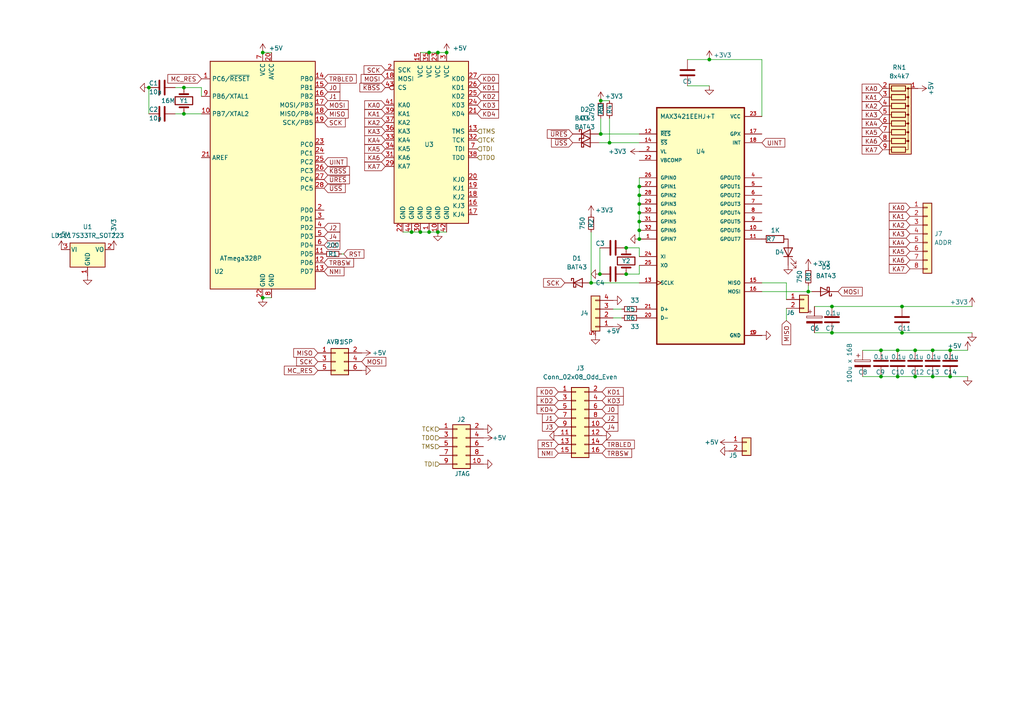
<source format=kicad_sch>
(kicad_sch (version 20211123) (generator eeschema)
  (paper "A4")
  (lib_symbols
    (symbol "Connector_Generic:Conn_01x02" (pin_names (offset 1.016) hide)
      (property "Reference" "J" (at 0 2.54 0))
      (property "Value" "Conn_01x02" (at 0 -5.08 0))
      (symbol "Conn_01x02_1_1"
        (pin passive line (at -5.08 0 0) (length 3.81) (name "Pin_1") (number "1"))
        (pin passive line (at -5.08 -2.54 0) (length 3.81) (name "Pin_2") (number "2"))
      )
    )
    (symbol "Connector_Generic:Conn_01x04" (pin_names (offset 1.016) hide)
      (property "Reference" "J4" (at 2.032 -1.3716 0))
      (symbol "Conn_01x04_1_1"
        (pin passive line (at -5.08 2.54 0) (length 3.81) (name "Pin_1") (number "1"))
        (pin passive line (at -5.08 0 0) (length 3.81) (name "Pin_2") (number "2"))
        (pin passive line (at -5.08 -2.54 0) (length 3.81) (name "Pin_3") (number "3"))
        (pin passive line (at -5.08 -5.08 0) (length 3.81) (name "Pin_4") (number "4"))
        (pin power_in line (at 0 5.08 270) (length 1.27) (name "Pin_4") (number "5"))
      )
    )
    (symbol "Connector_Generic:Conn_01x08" (pin_names (offset 1.016) hide)
      (property "Reference" "J" (at 0 10.16 0))
      (property "Value" "Conn_01x08" (at 0 -12.7 0))
      (symbol "Conn_01x08_1_1"
        (pin passive line (at -5.08 7.62 0) (length 3.81) (name "Pin_1") (number "1"))
        (pin passive line (at -5.08 5.08 0) (length 3.81) (name "Pin_2") (number "2"))
        (pin passive line (at -5.08 2.54 0) (length 3.81) (name "Pin_3") (number "3"))
        (pin passive line (at -5.08 0 0) (length 3.81) (name "Pin_4") (number "4"))
        (pin passive line (at -5.08 -2.54 0) (length 3.81) (name "Pin_5") (number "5"))
        (pin passive line (at -5.08 -5.08 0) (length 3.81) (name "Pin_6") (number "6"))
        (pin passive line (at -5.08 -7.62 0) (length 3.81) (name "Pin_7") (number "7"))
        (pin passive line (at -5.08 -10.16 0) (length 3.81) (name "Pin_8") (number "8"))
      )
    )
    (symbol "Connector_Generic:Conn_02x03_Odd_Even" (pin_names (offset 1.016) hide)
      (property "Reference" "J" (at 1.27 5.08 0))
      (property "Value" "Conn_02x03_Odd_Even" (at 1.27 -5.08 0))
      (symbol "Conn_02x03_Odd_Even_1_1"
        (pin passive line (at -5.08 2.54 0) (length 3.81) (name "Pin_1") (number "1"))
        (pin passive line (at 7.62 2.54 180) (length 3.81) (name "Pin_2") (number "2"))
        (pin passive line (at -5.08 0 0) (length 3.81) (name "Pin_3") (number "3"))
        (pin passive line (at 7.62 0 180) (length 3.81) (name "Pin_4") (number "4"))
        (pin passive line (at -5.08 -2.54 0) (length 3.81) (name "Pin_5") (number "5"))
        (pin passive line (at 7.62 -2.54 180) (length 3.81) (name "Pin_6") (number "6"))
      )
    )
    (symbol "Connector_Generic:Conn_02x05_Odd_Even" (pin_names (offset 1.016) hide)
      (property "Reference" "J" (at 1.27 7.62 0))
      (property "Value" "Conn_02x05_Odd_Even" (at 1.27 -7.62 0))
      (symbol "Conn_02x05_Odd_Even_1_1"
        (pin passive line (at -5.08 5.08 0) (length 3.81) (name "Pin_1") (number "1"))
        (pin passive line (at 7.62 -5.08 180) (length 3.81) (name "Pin_10") (number "10"))
        (pin passive line (at 7.62 5.08 180) (length 3.81) (name "Pin_2") (number "2"))
        (pin passive line (at -5.08 2.54 0) (length 3.81) (name "Pin_3") (number "3"))
        (pin passive line (at 7.62 2.54 180) (length 3.81) (name "Pin_4") (number "4"))
        (pin passive line (at -5.08 0 0) (length 3.81) (name "Pin_5") (number "5"))
        (pin passive line (at 7.62 0 180) (length 3.81) (name "Pin_6") (number "6"))
        (pin passive line (at -5.08 -2.54 0) (length 3.81) (name "Pin_7") (number "7"))
        (pin passive line (at 7.62 -2.54 180) (length 3.81) (name "Pin_8") (number "8"))
        (pin passive line (at -5.08 -5.08 0) (length 3.81) (name "Pin_9") (number "9"))
      )
    )
    (symbol "Connector_Generic:Conn_02x08_Odd_Even" (pin_names (offset 1.016) hide)
      (property "Reference" "J" (at 1.27 10.16 0))
      (property "Value" "Conn_02x08_Odd_Even" (at 1.27 -12.7 0))
      (symbol "Conn_02x08_Odd_Even_1_1"
        (pin passive line (at -5.08 7.62 0) (length 3.81) (name "Pin_1") (number "1"))
        (pin passive line (at 7.62 -2.54 180) (length 3.81) (name "Pin_10") (number "10"))
        (pin passive line (at -5.08 -5.08 0) (length 3.81) (name "Pin_11") (number "11"))
        (pin passive line (at 7.62 -5.08 180) (length 3.81) (name "Pin_12") (number "12"))
        (pin passive line (at -5.08 -7.62 0) (length 3.81) (name "Pin_13") (number "13"))
        (pin passive line (at 7.62 -7.62 180) (length 3.81) (name "Pin_14") (number "14"))
        (pin passive line (at -5.08 -10.16 0) (length 3.81) (name "Pin_15") (number "15"))
        (pin passive line (at 7.62 -10.16 180) (length 3.81) (name "Pin_16") (number "16"))
        (pin passive line (at 7.62 7.62 180) (length 3.81) (name "Pin_2") (number "2"))
        (pin passive line (at -5.08 5.08 0) (length 3.81) (name "Pin_3") (number "3"))
        (pin passive line (at 7.62 5.08 180) (length 3.81) (name "Pin_4") (number "4"))
        (pin passive line (at -5.08 2.54 0) (length 3.81) (name "Pin_5") (number "5"))
        (pin passive line (at 7.62 2.54 180) (length 3.81) (name "Pin_6") (number "6"))
        (pin passive line (at -5.08 0 0) (length 3.81) (name "Pin_7") (number "7"))
        (pin passive line (at 7.62 0 180) (length 3.81) (name "Pin_8") (number "8"))
        (pin passive line (at -5.08 -2.54 0) (length 3.81) (name "Pin_9") (number "9"))
      )
    )
    (symbol "Device:C" (pin_numbers hide) (pin_names (offset 0.254))
      (property "Reference" "C" (at 0.635 2.54 0))
      (property "Value" "C" (at 0.635 -2.54 0))
      (symbol "C_1_1"
        (pin passive line (at 0 3.81 270) (length 2.794) (name "~") (number "1"))
        (pin passive line (at 0 -3.81 90) (length 2.794) (name "~") (number "2"))
      )
    )
    (symbol "Device:C_Polarized" (pin_numbers hide) (pin_names (offset 0.254))
      (property "Reference" "C" (at 0.635 2.54 0))
      (property "Value" "C_Polarized" (at 0.635 -2.54 0))
      (symbol "C_Polarized_1_1"
        (pin passive line (at 0 3.81 270) (length 2.794) (name "~") (number "1"))
        (pin passive line (at 0 -3.81 90) (length 2.794) (name "~") (number "2"))
      )
    )
    (symbol "Device:Crystal" (pin_numbers hide) (pin_names (offset 1.016) hide)
      (property "Reference" "Y" (at 0 3.81 0))
      (property "Value" "Crystal" (at 0 -3.81 0))
      (symbol "Crystal_1_1"
        (pin passive line (at -3.81 0 0) (length 1.27) (name "1") (number "1"))
        (pin passive line (at 3.81 0 180) (length 1.27) (name "2") (number "2"))
      )
    )
    (symbol "Device:LED" (pin_numbers hide) (pin_names (offset 1.016) hide)
      (property "Reference" "D" (at 0 2.54 0))
      (property "Value" "LED" (at 0 -2.54 0))
      (symbol "LED_1_1"
        (pin passive line (at -3.81 0 0) (length 2.54) (name "K") (number "1"))
        (pin passive line (at 3.81 0 180) (length 2.54) (name "A") (number "2"))
      )
    )
    (symbol "Device:R" (pin_numbers hide) (pin_names (offset 0))
      (property "Reference" "R" (at 2.032 0 90))
      (property "Value" "R" (at 0 0 90))
      (symbol "R_1_1"
        (pin passive line (at 0 3.81 270) (length 1.27) (name "~") (number "1"))
        (pin passive line (at 0 -3.81 90) (length 1.27) (name "~") (number "2"))
      )
    )
    (symbol "Device:R_Network08" (pin_names (offset 0) hide)
      (property "Reference" "RN" (at -12.7 0 90))
      (property "Value" "R_Network08" (at 10.16 0 90))
      (symbol "R_Network08_1_1"
        (pin passive line (at -10.16 5.08 270) (length 2.54) (name "common") (number "1"))
        (pin passive line (at -10.16 -5.08 90) (length 1.27) (name "R1") (number "2"))
        (pin passive line (at -7.62 -5.08 90) (length 1.27) (name "R2") (number "3"))
        (pin passive line (at -5.08 -5.08 90) (length 1.27) (name "R3") (number "4"))
        (pin passive line (at -2.54 -5.08 90) (length 1.27) (name "R4") (number "5"))
        (pin passive line (at 0 -5.08 90) (length 1.27) (name "R5") (number "6"))
        (pin passive line (at 2.54 -5.08 90) (length 1.27) (name "R6") (number "7"))
        (pin passive line (at 5.08 -5.08 90) (length 1.27) (name "R7") (number "8"))
        (pin passive line (at 7.62 -5.08 90) (length 1.27) (name "R8") (number "9"))
      )
    )
    (symbol "Device:R_Small" (pin_numbers hide) (pin_names (offset 0.254) hide)
      (property "Reference" "R" (at 0.762 0.508 0))
      (property "Value" "R_Small" (at 0.762 -1.016 0))
      (symbol "R_Small_1_1"
        (pin passive line (at 0 2.54 270) (length 0.762) (name "~") (number "1"))
        (pin passive line (at 0 -2.54 90) (length 0.762) (name "~") (number "2"))
      )
    )
    (symbol "Diode:BAT41" (pin_numbers hide) (pin_names (offset 1.016) hide)
      (property "Reference" "D" (at 0 2.54 0))
      (property "Value" "BAT41" (at 0 -2.54 0))
      (symbol "BAT41_1_1"
        (pin passive line (at -3.81 0 0) (length 2.54) (name "K") (number "1"))
        (pin passive line (at 3.81 0 180) (length 2.54) (name "A") (number "2"))
      )
    )
    (symbol "MAX3421EEHJ_T:MAX3421EEHJ+T" (pin_names (offset 1.016))
      (property "Reference" "U" (at -12.7 34.0106 0))
      (property "Value" "MAX3421EEHJ+T" (at -12.7 -39.5478 0))
      (symbol "MAX3421EEHJ+T_0_0"
        (pin input line (at -17.78 -5.08 0) (length 5.08) (name "GPIN7") (number "1"))
        (pin output line (at 17.78 -2.54 180) (length 5.08) (name "GPOUT6") (number "10"))
        (pin output line (at 17.78 -5.08 180) (length 5.08) (name "GPOUT7") (number "11"))
        (pin input line (at -17.78 25.4 0) (length 5.08) (name "~{RES}") (number "12"))
        (pin input clock (at -17.78 -17.78 0) (length 5.08) (name "SCLK") (number "13"))
        (pin input line (at -17.78 22.86 0) (length 5.08) (name "~{SS}") (number "14"))
        (pin output line (at 17.78 -17.78 180) (length 5.08) (name "MISO") (number "15"))
        (pin bidirectional line (at 17.78 -20.32 180) (length 5.08) (name "MOSI") (number "16"))
        (pin output line (at 17.78 25.4 180) (length 5.08) (name "GPX") (number "17"))
        (pin output line (at 17.78 22.86 180) (length 5.08) (name "INT") (number "18"))
        (pin power_in line (at 17.78 -33.02 180) (length 5.08) (name "GND") (number "19"))
        (pin input line (at -17.78 20.32 0) (length 5.08) (name "VL") (number "2"))
        (pin bidirectional line (at -17.78 -27.94 0) (length 5.08) (name "D-") (number "20"))
        (pin bidirectional line (at -17.78 -25.4 0) (length 5.08) (name "D+") (number "21"))
        (pin input line (at -17.78 17.78 0) (length 5.08) (name "VBCOMP") (number "22"))
        (pin power_in line (at 17.78 30.48 180) (length 5.08) (name "VCC") (number "23"))
        (pin input line (at -17.78 -10.16 0) (length 5.08) (name "XI") (number "24"))
        (pin output line (at -17.78 -12.7 0) (length 5.08) (name "XO") (number "25"))
        (pin input line (at -17.78 12.7 0) (length 5.08) (name "GPIN0") (number "26"))
        (pin input line (at -17.78 10.16 0) (length 5.08) (name "GPIN1") (number "27"))
        (pin input line (at -17.78 7.62 0) (length 5.08) (name "GPIN2") (number "28"))
        (pin input line (at -17.78 5.08 0) (length 5.08) (name "GPIN3") (number "29"))
        (pin power_in line (at 17.78 -33.02 180) (length 5.08) (name "GND") (number "3"))
        (pin input line (at -17.78 2.54 0) (length 5.08) (name "GPIN4") (number "30"))
        (pin input line (at -17.78 0 0) (length 5.08) (name "GPIN5") (number "31"))
        (pin input line (at -17.78 -2.54 0) (length 5.08) (name "GPIN6") (number "32"))
        (pin output line (at 17.78 12.7 180) (length 5.08) (name "GPOUT0") (number "4"))
        (pin output line (at 17.78 10.16 180) (length 5.08) (name "GPOUT1") (number "5"))
        (pin output line (at 17.78 7.62 180) (length 5.08) (name "GPOUT2") (number "6"))
        (pin output line (at 17.78 5.08 180) (length 5.08) (name "GPOUT3") (number "7"))
        (pin output line (at 17.78 2.54 180) (length 5.08) (name "GPOUT4") (number "8"))
        (pin output line (at 17.78 0 180) (length 5.08) (name "GPOUT5") (number "9"))
      )
    )
    (symbol "MCU_Microchip_ATmega:ATmega32U2-A"
      (property "Reference" "U1" (at -12.7 -27.94 0))
      (property "Value" "ATmega328P" (at -6.35 -24.13 0))
      (symbol "ATmega32U2-A_1_1"
        (pin bidirectional line (at -17.78 27.94 0) (length 2.54) (name "PC6/~{RESET}") (number "1"))
        (pin bidirectional line (at -17.78 17.78 0) (length 2.54) (name "PB7/XTAL2") (number "10"))
        (pin bidirectional line (at 17.78 -22.86 180) (length 2.54) (name "PD5") (number "11"))
        (pin bidirectional line (at 17.78 -25.4 180) (length 2.54) (name "PD6") (number "12"))
        (pin bidirectional line (at 17.78 -27.94 180) (length 2.54) (name "PD7") (number "13"))
        (pin bidirectional line (at 17.78 27.94 180) (length 2.54) (name "PB0") (number "14"))
        (pin bidirectional line (at 17.78 25.4 180) (length 2.54) (name "PB1") (number "15"))
        (pin bidirectional line (at 17.78 22.86 180) (length 2.54) (name "PB2") (number "16"))
        (pin bidirectional line (at 17.78 20.32 180) (length 2.54) (name "MOSI/PB3") (number "17"))
        (pin bidirectional line (at 17.78 17.78 180) (length 2.54) (name "MISO/PB4") (number "18"))
        (pin bidirectional line (at 17.78 15.24 180) (length 2.54) (name "SCK/PB5") (number "19"))
        (pin bidirectional line (at 17.78 -10.16 180) (length 2.54) (name "PD0") (number "2"))
        (pin power_in line (at 2.54 35.56 270) (length 2.54) (name "AVCC") (number "20"))
        (pin passive line (at -17.78 5.08 0) (length 2.54) (name "AREF") (number "21"))
        (pin power_in line (at 0 -35.56 90) (length 2.54) (name "GND") (number "22"))
        (pin bidirectional line (at 17.78 8.89 180) (length 2.54) (name "PC0") (number "23"))
        (pin bidirectional line (at 17.78 6.35 180) (length 2.54) (name "PC1") (number "24"))
        (pin bidirectional line (at 17.78 3.81 180) (length 2.54) (name "PC2") (number "25"))
        (pin bidirectional line (at 17.78 1.27 180) (length 2.54) (name "PC3") (number "26"))
        (pin bidirectional line (at 17.78 -1.27 180) (length 2.54) (name "PC4") (number "27"))
        (pin bidirectional line (at 17.78 -3.81 180) (length 2.54) (name "PC5") (number "28"))
        (pin bidirectional line (at 17.78 -12.7 180) (length 2.54) (name "PD1") (number "3"))
        (pin bidirectional line (at 17.78 -15.24 180) (length 2.54) (name "PD2") (number "4"))
        (pin bidirectional line (at 17.78 -17.78 180) (length 2.54) (name "PD3") (number "5"))
        (pin bidirectional line (at 17.78 -20.32 180) (length 2.54) (name "PD4") (number "6"))
        (pin power_in line (at 0 35.56 270) (length 2.54) (name "VCC") (number "7"))
        (pin power_in line (at 2.54 -35.56 90) (length 2.54) (name "GND") (number "8"))
        (pin input line (at -17.78 22.86 0) (length 2.54) (name "PB6/XTAL1") (number "9"))
      )
    )
    (symbol "Regulator_Linear:LD1117S33TR_SOT223" (pin_names (offset 0.254))
      (property "Reference" "U" (at -3.81 3.175 0))
      (property "Value" "LD1117S33TR_SOT223" (at 0 3.175 0))
      (symbol "LD1117S33TR_SOT223_1_1"
        (pin power_in line (at 0 -7.62 90) (length 2.54) (name "GND") (number "1"))
        (pin power_out line (at 7.62 0 180) (length 2.54) (name "VO") (number "2"))
        (pin power_in line (at -7.62 0 0) (length 2.54) (name "VI") (number "3"))
      )
    )
    (symbol "power:+3.3V" (power) (pin_names (offset 0))
      (property "Value" "+3.3V" (at 0 3.556 0))
      (symbol "+3.3V_1_1"
        (pin power_in line (at 0 0 90) (length 0) hide (name "+3V3") (number "1"))
      )
    )
    (symbol "power:+5V" (power) (pin_names (offset 0))
      (property "Value" "+5V" (at 0 3.556 0))
      (symbol "+5V_1_1"
        (pin power_in line (at 0 0 90) (length 0) hide (name "+5V") (number "1"))
      )
    )
    (symbol "power:GND" (power) (pin_names (offset 0))
      (property "Value" "GND" (at 0 -3.81 0))
      (symbol "GND_1_1"
        (pin power_in line (at 0 0 270) (length 0) hide (name "GND") (number "1"))
      )
    )
    (symbol "psk:EPM3064_KbdHub" (pin_names (offset 1.016))
      (property "Reference" "U2" (at -7.62 13.97 0))
      (symbol "EPM3064_KbdHub_0_0"
        (pin power_in line (at -5.08 -11.43 90) (length 2.54) (name "GND") (number "10"))
        (pin input line (at -20.32 33.02 0) (length 2.54) (name "MOSI") (number "18"))
        (pin output line (at 6.35 25.4 180) (length 2.54) (name "KD3") (number "24"))
        (pin output line (at 6.35 33.02 180) (length 2.54) (name "KD0") (number "27"))
        (pin power_in line (at -7.62 40.64 270) (length 2.54) (name "VCC") (number "35"))
        (pin input line (at -20.32 25.4 0) (length 2.54) (name "KA0") (number "41"))
        (pin power_in line (at -2.54 -11.43 90) (length 2.54) (name "GND") (number "42"))
      )
      (symbol "EPM3064_KbdHub_1_1"
        (pin power_in line (at -7.62 -11.43 90) (length 2.54) (name "GND") (number "1"))
        (pin input line (at 6.35 17.78 180) (length 2.54) (name "TMS") (number "13"))
        (pin power_in line (at -10.16 40.64 270) (length 2.54) (name "VCC") (number "15"))
        (pin output line (at 6.35 -3.81 180) (length 2.54) (name "KJ3") (number "16"))
        (pin output line (at 6.35 -6.35 180) (length 2.54) (name "KJ4") (number "17"))
        (pin output line (at 6.35 -1.27 180) (length 2.54) (name "KJ2") (number "18"))
        (pin output line (at 6.35 1.27 180) (length 2.54) (name "KJ1") (number "19"))
        (pin input line (at -20.32 35.56 0) (length 2.54) (name "SCK") (number "2"))
        (pin output line (at 6.35 3.81 180) (length 2.54) (name "KJ0") (number "20"))
        (pin output line (at 6.35 22.86 180) (length 2.54) (name "KD4") (number "21"))
        (pin power_in line (at -15.24 -11.43 90) (length 2.54) (name "GND") (number "22"))
        (pin power_in line (at -5.08 40.64 270) (length 2.54) (name "VCC") (number "23"))
        (pin output line (at 6.35 27.94 180) (length 2.54) (name "KD2") (number "25"))
        (pin output line (at 6.35 30.48 180) (length 2.54) (name "KD1") (number "26"))
        (pin input line (at -20.32 7.62 0) (length 2.54) (name "KA7") (number "29"))
        (pin power_in line (at -2.54 40.64 270) (length 2.54) (name "VCC") (number "3"))
        (pin power_in line (at -10.16 -11.43 90) (length 2.54) (name "GND") (number "30"))
        (pin input line (at -20.32 10.16 0) (length 2.54) (name "KA6") (number "31"))
        (pin output line (at 6.35 15.24 180) (length 2.54) (name "TCK") (number "32"))
        (pin input line (at -20.32 15.24 0) (length 2.54) (name "KA4") (number "33"))
        (pin input line (at -20.32 12.7 0) (length 2.54) (name "KA5") (number "34"))
        (pin input line (at -20.32 17.78 0) (length 2.54) (name "KA3") (number "36"))
        (pin input line (at -20.32 20.32 0) (length 2.54) (name "KA2") (number "37"))
        (pin output line (at 6.35 10.16 180) (length 2.54) (name "TDO") (number "38"))
        (pin input line (at -20.32 22.86 0) (length 2.54) (name "KA1") (number "39"))
        (pin input inverted (at -20.32 30.48 0) (length 2.54) (name "CS") (number "43"))
        (pin input line (at -12.7 -11.43 90) (length 2.54) (name "GND") (number "44"))
        (pin input line (at 6.35 12.7 180) (length 2.54) (name "TDI") (number "7"))
      )
    )
  )
  (junction (at 176.784 41.402))
  (junction (at 185.42 69.342))
  (junction (at 265.43 101.6))
  (junction (at 185.42 66.802))
  (junction (at 261.62 96.52))
  (junction (at 185.42 56.642))
  (junction (at 205.74 17.272))
  (junction (at 181.61 79.502))
  (junction (at 171.45 82.042))
  (junction (at 43.18 25.4))
  (junction (at 124.46 15.24))
  (junction (at 275.59 109.22))
  (junction (at 234.442 84.582))
  (junction (at 76.2 15.24))
  (junction (at 185.42 61.722))
  (junction (at 255.524 101.6))
  (junction (at 181.61 71.882))
  (junction (at 260.35 109.22))
  (junction (at 121.92 67.31))
  (junction (at 241.3 96.52))
  (junction (at 270.51 109.22))
  (junction (at 270.51 101.6))
  (junction (at 174.244 38.862))
  (junction (at 127 15.24))
  (junction (at 241.3 88.9))
  (junction (at 185.42 54.102))
  (junction (at 260.35 101.6))
  (junction (at 127 67.31))
  (junction (at 255.524 109.22))
  (junction (at 185.42 64.262))
  (junction (at 119.38 67.31))
  (junction (at 53.34 33.02))
  (junction (at 275.59 101.6))
  (junction (at 261.62 88.9))
  (junction (at 53.34 25.4))
  (junction (at 129.54 15.24))
  (junction (at 76.2 86.36))
  (junction (at 185.42 59.182))
  (junction (at 124.46 67.31))
  (junction (at 174.244 29.21))
  (junction (at 265.43 109.22))
  (junction (at 173.99 79.502))
  (wire (pts (xy 124.46 67.31) (xy 127 67.31)))
  (wire (pts (xy 205.74 17.272) (xy 220.98 17.272)))
  (wire (pts (xy 265.43 109.22) (xy 270.51 109.22)))
  (wire (pts (xy 171.45 82.042) (xy 185.42 82.042)))
  (wire (pts (xy 185.42 54.102) (xy 185.42 51.562)))
  (wire (pts (xy 176.784 41.402) (xy 185.42 41.402)))
  (wire (pts (xy 199.39 17.272) (xy 205.74 17.272)))
  (wire (pts (xy 185.42 69.342) (xy 185.42 66.802)))
  (wire (pts (xy 255.524 109.22) (xy 260.35 109.22)))
  (wire (pts (xy 255.524 101.6) (xy 260.35 101.6)))
  (wire (pts (xy 119.38 67.31) (xy 121.92 67.31)))
  (wire (pts (xy 241.3 88.9) (xy 261.62 88.9)))
  (wire (pts (xy 53.34 25.4) (xy 58.42 25.4)))
  (wire (pts (xy 174.244 38.862) (xy 185.42 38.862)))
  (wire (pts (xy 228.092 82.042) (xy 228.092 86.868)))
  (wire (pts (xy 250.19 109.22) (xy 255.524 109.22)))
  (wire (pts (xy 185.42 59.182) (xy 185.42 56.642)))
  (wire (pts (xy 261.62 96.52) (xy 281.94 96.52)))
  (wire (pts (xy 241.3 96.52) (xy 261.62 96.52)))
  (wire (pts (xy 121.92 67.31) (xy 124.46 67.31)))
  (wire (pts (xy 234.442 84.582) (xy 235.458 84.582)))
  (wire (pts (xy 127 15.24) (xy 129.54 15.24)))
  (wire (pts (xy 236.22 88.9) (xy 241.3 88.9)))
  (wire (pts (xy 124.46 15.24) (xy 127 15.24)))
  (wire (pts (xy 185.42 66.802) (xy 185.42 64.262)))
  (wire (pts (xy 265.43 101.6) (xy 270.51 101.6)))
  (wire (pts (xy 173.736 38.862) (xy 174.244 38.862)))
  (wire (pts (xy 177.8 89.662) (xy 180.34 89.662)))
  (wire (pts (xy 261.62 88.9) (xy 281.94 88.9)))
  (wire (pts (xy 236.22 96.52) (xy 241.3 96.52)))
  (wire (pts (xy 171.45 67.31) (xy 171.45 82.042)))
  (wire (pts (xy 220.98 17.272) (xy 220.98 33.782)))
  (wire (pts (xy 76.2 15.24) (xy 78.74 15.24)))
  (wire (pts (xy 127 67.31) (xy 129.54 67.31)))
  (wire (pts (xy 58.42 25.4) (xy 58.42 27.94)))
  (wire (pts (xy 174.244 34.29) (xy 174.244 38.862)))
  (wire (pts (xy 250.19 101.6) (xy 255.524 101.6)))
  (wire (pts (xy 185.42 79.502) (xy 185.42 76.962)))
  (wire (pts (xy 260.35 109.22) (xy 265.43 109.22)))
  (wire (pts (xy 181.61 71.882) (xy 185.42 71.882)))
  (wire (pts (xy 185.42 61.722) (xy 185.42 59.182)))
  (wire (pts (xy 116.84 67.31) (xy 119.38 67.31)))
  (wire (pts (xy 185.42 71.882) (xy 185.42 74.422)))
  (wire (pts (xy 177.8 92.202) (xy 180.34 92.202)))
  (wire (pts (xy 174.244 29.21) (xy 176.784 29.21)))
  (wire (pts (xy 275.59 101.6) (xy 280.67 101.6)))
  (wire (pts (xy 275.59 109.22) (xy 280.67 109.22)))
  (wire (pts (xy 185.42 64.262) (xy 185.42 61.722)))
  (wire (pts (xy 228.092 89.408) (xy 228.092 92.964)))
  (wire (pts (xy 99.06 73.66) (xy 99.695 73.66)))
  (wire (pts (xy 76.2 86.36) (xy 78.74 86.36)))
  (wire (pts (xy 53.34 33.02) (xy 58.42 33.02)))
  (wire (pts (xy 173.736 41.402) (xy 176.784 41.402)))
  (wire (pts (xy 270.51 101.6) (xy 275.59 101.6)))
  (wire (pts (xy 260.35 101.6) (xy 265.43 101.6)))
  (wire (pts (xy 220.98 84.582) (xy 234.442 84.582)))
  (wire (pts (xy 173.99 71.882) (xy 173.99 79.502)))
  (wire (pts (xy 121.92 15.24) (xy 124.46 15.24)))
  (wire (pts (xy 176.784 34.29) (xy 176.784 41.402)))
  (wire (pts (xy 234.442 82.804) (xy 234.442 84.582)))
  (wire (pts (xy 185.42 56.642) (xy 185.42 54.102)))
  (wire (pts (xy 220.98 82.042) (xy 228.092 82.042)))
  (wire (pts (xy 53.34 33.02) (xy 50.8 33.02)))
  (wire (pts (xy 199.39 24.892) (xy 205.74 24.892)))
  (wire (pts (xy 181.61 79.502) (xy 185.42 79.502)))
  (wire (pts (xy 43.18 25.4) (xy 43.18 33.02)))
  (wire (pts (xy 270.51 109.22) (xy 275.59 109.22)))
  (wire (pts (xy 50.8 25.4) (xy 53.34 25.4)))
  (global_label "SCK" (shape input) (at 92.202 104.902 180) (property "Intersheet References" "${INTERSHEET_REFS}" (effects hide)))
  (global_label "KA7" (shape input) (at 111.76 48.26 180) (property "Intersheet References" "${INTERSHEET_REFS}" (effects hide)))
  (global_label "KD2" (shape input) (at 138.43 27.94 0) (property "Intersheet References" "${INTERSHEET_REFS}" (effects hide)))
  (global_label "KA4" (shape input) (at 263.906 70.358 180) (property "Intersheet References" "${INTERSHEET_REFS}" (effects hide)))
  (global_label "MOSI" (shape input) (at 93.98 30.48 0) (property "Intersheet References" "${INTERSHEET_REFS}" (effects hide)))
  (global_label "SCK" (shape input) (at 163.83 82.042 180) (property "Intersheet References" "${INTERSHEET_REFS}" (effects hide)))
  (global_label "KA2" (shape input) (at 111.76 35.56 180) (property "Intersheet References" "${INTERSHEET_REFS}" (effects hide)))
  (global_label "MOSI" (shape input) (at 111.76 22.86 180) (property "Intersheet References" "${INTERSHEET_REFS}" (effects hide)))
  (global_label "NMI" (shape input) (at 93.98 78.74 0) (property "Intersheet References" "${INTERSHEET_REFS}" (effects hide)))
  (global_label "KA5" (shape input) (at 256.032 38.354 180) (property "Intersheet References" "${INTERSHEET_REFS}" (effects hide)))
  (global_label "TRBLED" (shape input) (at 174.625 128.905 0) (property "Intersheet References" "${INTERSHEET_REFS}" (effects hide)))
  (global_label "KD1" (shape input) (at 174.625 113.665 0) (property "Intersheet References" "${INTERSHEET_REFS}" (effects hide)))
  (global_label "KA0" (shape input) (at 256.032 25.654 180) (property "Intersheet References" "${INTERSHEET_REFS}" (effects hide)))
  (global_label "KA3" (shape input) (at 263.906 67.818 180) (property "Intersheet References" "${INTERSHEET_REFS}" (effects hide)))
  (global_label "UINT" (shape input) (at 93.98 46.99 0) (property "Intersheet References" "${INTERSHEET_REFS}" (effects hide)))
  (global_label "TRBSW" (shape input) (at 174.625 131.445 0) (property "Intersheet References" "${INTERSHEET_REFS}" (effects hide)))
  (global_label "MOSI" (shape input) (at 243.078 84.582 0) (property "Intersheet References" "${INTERSHEET_REFS}" (effects hide)))
  (global_label "KD3" (shape input) (at 138.43 30.48 0) (property "Intersheet References" "${INTERSHEET_REFS}" (effects hide)))
  (global_label "KA1" (shape input) (at 256.032 28.194 180) (property "Intersheet References" "${INTERSHEET_REFS}" (effects hide)))
  (global_label "TRBLED" (shape input) (at 93.98 22.86 0) (property "Intersheet References" "${INTERSHEET_REFS}" (effects hide)))
  (global_label "KD3" (shape input) (at 174.625 116.205 0) (property "Intersheet References" "${INTERSHEET_REFS}" (effects hide)))
  (global_label "KA7" (shape input) (at 256.032 43.434 180) (property "Intersheet References" "${INTERSHEET_REFS}" (effects hide)))
  (global_label "~{USS}" (shape input) (at 166.116 41.402 180) (property "Intersheet References" "${INTERSHEET_REFS}" (effects hide)))
  (global_label "J0" (shape input) (at 93.98 25.4 0) (property "Intersheet References" "${INTERSHEET_REFS}" (effects hide)))
  (global_label "NMI" (shape input) (at 161.925 131.445 180) (property "Intersheet References" "${INTERSHEET_REFS}" (effects hide)))
  (global_label "MOSI" (shape input) (at 104.902 104.902 0) (property "Intersheet References" "${INTERSHEET_REFS}" (effects hide)))
  (global_label "MC_RES" (shape input) (at 58.42 22.86 180) (property "Intersheet References" "${INTERSHEET_REFS}" (effects hide)))
  (global_label "KA3" (shape input) (at 111.76 38.1 180) (property "Intersheet References" "${INTERSHEET_REFS}" (effects hide)))
  (global_label "MISO" (shape input) (at 228.092 92.964 270) (property "Intersheet References" "${INTERSHEET_REFS}" (effects hide)))
  (global_label "~{KBSS}" (shape input) (at 93.98 49.53 0) (property "Intersheet References" "${INTERSHEET_REFS}" (effects hide)))
  (global_label "J4" (shape input) (at 174.625 123.825 0) (property "Intersheet References" "${INTERSHEET_REFS}" (effects hide)))
  (global_label "SCK" (shape input) (at 111.76 20.32 180) (property "Intersheet References" "${INTERSHEET_REFS}" (effects hide)))
  (global_label "~{URES}" (shape input) (at 93.98 52.07 0) (property "Intersheet References" "${INTERSHEET_REFS}" (effects hide)))
  (global_label "J4" (shape input) (at 93.98 68.58 0) (property "Intersheet References" "${INTERSHEET_REFS}" (effects hide)))
  (global_label "KD0" (shape input) (at 161.925 113.665 180) (property "Intersheet References" "${INTERSHEET_REFS}" (effects hide)))
  (global_label "KA4" (shape input) (at 256.032 35.814 180) (property "Intersheet References" "${INTERSHEET_REFS}" (effects hide)))
  (global_label "KA3" (shape input) (at 256.032 33.274 180) (property "Intersheet References" "${INTERSHEET_REFS}" (effects hide)))
  (global_label "KA0" (shape input) (at 111.76 30.48 180) (property "Intersheet References" "${INTERSHEET_REFS}" (effects hide)))
  (global_label "MC_RES" (shape input) (at 92.202 107.442 180) (property "Intersheet References" "${INTERSHEET_REFS}" (effects hide)))
  (global_label "MISO" (shape input) (at 92.202 102.362 180) (property "Intersheet References" "${INTERSHEET_REFS}" (effects hide)))
  (global_label "KA5" (shape input) (at 263.906 72.898 180) (property "Intersheet References" "${INTERSHEET_REFS}" (effects hide)))
  (global_label "KD4" (shape input) (at 161.925 118.745 180) (property "Intersheet References" "${INTERSHEET_REFS}" (effects hide)))
  (global_label "KD1" (shape input) (at 138.43 25.4 0) (property "Intersheet References" "${INTERSHEET_REFS}" (effects hide)))
  (global_label "KA2" (shape input) (at 256.032 30.734 180) (property "Intersheet References" "${INTERSHEET_REFS}" (effects hide)))
  (global_label "KA2" (shape input) (at 263.906 65.278 180) (property "Intersheet References" "${INTERSHEET_REFS}" (effects hide)))
  (global_label "UINT" (shape input) (at 220.98 41.402 0) (property "Intersheet References" "${INTERSHEET_REFS}" (effects hide)))
  (global_label "RST" (shape input) (at 99.695 73.66 0) (property "Intersheet References" "${INTERSHEET_REFS}" (effects hide)))
  (global_label "MISO" (shape input) (at 93.98 33.02 0) (property "Intersheet References" "${INTERSHEET_REFS}" (effects hide)))
  (global_label "KD0" (shape input) (at 138.43 22.86 0) (property "Intersheet References" "${INTERSHEET_REFS}" (effects hide)))
  (global_label "KD2" (shape input) (at 161.925 116.205 180) (property "Intersheet References" "${INTERSHEET_REFS}" (effects hide)))
  (global_label "J3" (shape input) (at 161.925 123.825 180) (property "Intersheet References" "${INTERSHEET_REFS}" (effects hide)))
  (global_label "KA0" (shape input) (at 263.906 60.198 180) (property "Intersheet References" "${INTERSHEET_REFS}" (effects hide)))
  (global_label "KA5" (shape input) (at 111.76 43.18 180) (property "Intersheet References" "${INTERSHEET_REFS}" (effects hide)))
  (global_label "KD4" (shape input) (at 138.43 33.02 0) (property "Intersheet References" "${INTERSHEET_REFS}" (effects hide)))
  (global_label "KA6" (shape input) (at 111.76 45.72 180) (property "Intersheet References" "${INTERSHEET_REFS}" (effects hide)))
  (global_label "J2" (shape input) (at 93.98 66.04 0) (property "Intersheet References" "${INTERSHEET_REFS}" (effects hide)))
  (global_label "J3" (shape input) (at 93.98 71.12 0) (property "Intersheet References" "${INTERSHEET_REFS}" (effects hide)))
  (global_label "KA4" (shape input) (at 111.76 40.64 180) (property "Intersheet References" "${INTERSHEET_REFS}" (effects hide)))
  (global_label "~{URES}" (shape input) (at 166.116 38.862 180) (property "Intersheet References" "${INTERSHEET_REFS}" (effects hide)))
  (global_label "J1" (shape input) (at 161.925 121.285 180) (property "Intersheet References" "${INTERSHEET_REFS}" (effects hide)))
  (global_label "~{KBSS}" (shape input) (at 111.76 25.4 180) (property "Intersheet References" "${INTERSHEET_REFS}" (effects hide)))
  (global_label "SCK" (shape input) (at 93.98 35.56 0) (property "Intersheet References" "${INTERSHEET_REFS}" (effects hide)))
  (global_label "KA1" (shape input) (at 263.906 62.738 180) (property "Intersheet References" "${INTERSHEET_REFS}" (effects hide)))
  (global_label "KA7" (shape input) (at 263.906 77.978 180) (property "Intersheet References" "${INTERSHEET_REFS}" (effects hide)))
  (global_label "J2" (shape input) (at 174.625 121.285 0) (property "Intersheet References" "${INTERSHEET_REFS}" (effects hide)))
  (global_label "KA6" (shape input) (at 256.032 40.894 180) (property "Intersheet References" "${INTERSHEET_REFS}" (effects hide)))
  (global_label "RST" (shape input) (at 161.925 128.905 180) (property "Intersheet References" "${INTERSHEET_REFS}" (effects hide)))
  (global_label "J0" (shape input) (at 174.625 118.745 0) (property "Intersheet References" "${INTERSHEET_REFS}" (effects hide)))
  (global_label "KA1" (shape input) (at 111.76 33.02 180) (property "Intersheet References" "${INTERSHEET_REFS}" (effects hide)))
  (global_label "KA6" (shape input) (at 263.906 75.438 180) (property "Intersheet References" "${INTERSHEET_REFS}" (effects hide)))
  (global_label "J1" (shape input) (at 93.98 27.94 0) (property "Intersheet References" "${INTERSHEET_REFS}" (effects hide)))
  (global_label "~{USS}" (shape input) (at 93.98 54.61 0) (property "Intersheet References" "${INTERSHEET_REFS}" (effects hide)))
  (global_label "TRBSW" (shape input) (at 93.98 76.2 0) (property "Intersheet References" "${INTERSHEET_REFS}" (effects hide)))
  (hierarchical_label "TMS" (shape input) (at 127.508 129.54 180))
  (hierarchical_label "TDI" (shape input) (at 127.508 134.62 180))
  (hierarchical_label "TDO" (shape input) (at 127.508 127 180))
  (hierarchical_label "TCK" (shape input) (at 127.508 124.46 180))
  (hierarchical_label "TMS" (shape input) (at 138.43 38.1 0))
  (hierarchical_label "TDI" (shape input) (at 138.43 43.18 0))
  (hierarchical_label "TCK" (shape input) (at 138.43 40.64 0))
  (hierarchical_label "TDO" (shape input) (at 138.43 45.72 0))
  (symbol (lib_id "MAX3421EEHJ_T:MAX3421EEHJ+T") (at 203.2 64.262 0) (unit 1)
    (property "Reference" "U4" (at 203.2 43.942 0))
    (property "Value" "MAX3421EEHJ+T" (at 199.39 33.782 0))
    (property "Footprint" "Package_QFP:LQFP-32_5x5mm_P0.5mm" (effects hide))
    (property "Description" "\\nUSB Controller USB 2.0 SPI Interface 32-TQFP (5x5)\\n" (effects hide))
    (property "Price" "None" (effects hide))
    (property "Availability" "In Stock" (effects hide))
    (property "MP" "MAX3421EEHJ+T" (effects hide))
    (property "MF" "Maxim Integrated" (effects hide))
    (property "Purchase-URL" "https://pricing.snapeda.com/search/part/MAX3421EEHJ+T/?ref=eda" (effects hide))
    (property "Package" "TQFP-32 Maxim" (effects hide))
  )
  (symbol (lib_id "power:GND") (at 220.98 97.282 90) (unit 1)
    (property "Reference" "#PWR027" (effects hide))
    (property "Value" "GND" (effects hide))
  )
  (symbol (lib_id "power:+3.3V") (at 205.74 17.272 0) (unit 1)
    (property "Reference" "#PWR023" (effects hide))
    (property "Value" "+3.3V" (at 209.55 16.002 0))
  )
  (symbol (lib_id "power:GND") (at 127 67.31 0) (unit 1)
    (property "Reference" "#PWR09" (effects hide))
    (property "Value" "GND" (effects hide))
  )
  (symbol (lib_id "psk:EPM3064_KbdHub") (at 132.08 55.88 0) (unit 1)
    (property "Reference" "U3" (at 124.46 41.91 0))
    (property "Value" "EPM7064S" (effects hide))
    (property "Footprint" "Package_LCC:PLCC-44_THT-Socket" (effects hide))
  )
  (symbol (lib_id "Device:Crystal") (at 53.34 29.21 270) (unit 1)
    (property "Reference" "Y1" (at 54.61 29.21 90) (effects (justify right)))
    (property "Value" "16M" (at 50.8 29.21 90) (effects (justify right)))
    (property "Footprint" "Crystal:Crystal_HC49-4H_Vertical" (effects hide))
  )
  (symbol (lib_id "Device:C") (at 46.99 25.4 270) (unit 1)
    (property "Reference" "C1" (at 43.18 24.13 90) (effects (justify left)))
    (property "Value" "10p" (at 43.18 26.67 90) (effects (justify left)))
    (property "Footprint" "Capacitor_SMD:C_0805_2012Metric" (effects hide))
  )
  (symbol (lib_id "Device:C") (at 46.99 33.02 270) (unit 1)
    (property "Reference" "C2" (at 43.18 31.75 90) (effects (justify left)))
    (property "Value" "10p" (at 43.18 34.29 90) (effects (justify left)))
    (property "Footprint" "Capacitor_SMD:C_0805_2012Metric" (effects hide))
  )
  (symbol (lib_id "power:GND") (at 43.18 25.4 270) (unit 1)
    (property "Reference" "#PWR04" (effects hide))
    (property "Value" "GND" (effects hide))
  )
  (symbol (lib_id "Device:R_Small") (at 182.88 89.662 270) (unit 1)
    (property "Reference" "R5" (at 182.88 89.662 90))
    (property "Value" "33" (at 184.15 87.122 90))
    (property "Footprint" "Resistor_SMD:R_0805_2012Metric" (effects hide))
  )
  (symbol (lib_id "Device:R_Small") (at 182.88 92.202 270) (unit 1)
    (property "Reference" "R6" (at 182.88 92.202 90))
    (property "Value" "33" (at 184.15 94.742 90))
    (property "Footprint" "Resistor_SMD:R_0805_2012Metric" (effects hide))
  )
  (symbol (lib_id "Device:C") (at 275.59 105.41 0) (unit 1)
    (property "Reference" "C14" (at 273.685 107.95 0) (effects (justify left)))
    (property "Value" "0.1u" (at 273.685 103.505 0) (effects (justify left)))
    (property "Footprint" "Capacitor_SMD:C_0805_2012Metric" (effects hide))
  )
  (symbol (lib_id "power:GND") (at 280.67 109.22 0) (unit 1)
    (property "Reference" "#PWR032" (effects hide))
    (property "Value" "GND" (effects hide))
  )
  (symbol (lib_id "power:+5V") (at 280.67 101.6 0) (unit 1)
    (property "Reference" "#PWR031" (effects hide))
    (property "Value" "+5V" (at 276.86 100.33 0))
  )
  (symbol (lib_id "power:GND") (at 185.42 69.342 270) (unit 1)
    (property "Reference" "#PWR022" (effects hide))
    (property "Value" "GND" (effects hide))
  )
  (symbol (lib_id "power:+5V") (at 76.2 15.24 0) (unit 1)
    (property "Reference" "#PWR05" (effects hide))
    (property "Value" "+5V" (at 80.01 13.97 0))
  )
  (symbol (lib_id "power:+5V") (at 17.78 72.39 0) (unit 1)
    (property "Reference" "#PWR01" (effects hide))
    (property "Value" "+5V" (at 18.161 67.9958 0))
  )
  (symbol (lib_id "power:+3.3V") (at 33.02 72.39 0) (unit 1)
    (property "Reference" "#PWR03" (effects hide))
    (property "Value" "+3.3V" (at 33.02 66.04 90))
  )
  (symbol (lib_id "power:GND") (at 25.4 80.01 0) (unit 1)
    (property "Reference" "#PWR02" (effects hide))
    (property "Value" "GND" (effects hide))
  )
  (symbol (lib_id "Device:C") (at 261.62 92.71 0) (unit 1)
    (property "Reference" "C11" (at 260.35 95.25 0) (effects (justify left)))
    (property "Value" "0.1u" (effects hide))
    (property "Footprint" "Capacitor_SMD:C_0805_2012Metric" (effects hide))
  )
  (symbol (lib_id "power:GND") (at 281.94 96.52 0) (unit 1)
    (property "Reference" "#PWR034" (effects hide))
    (property "Value" "GND" (effects hide))
  )
  (symbol (lib_id "power:+3.3V") (at 281.94 88.9 0) (unit 1)
    (property "Reference" "#PWR033" (effects hide))
    (property "Value" "+3.3V" (at 278.13 87.63 0))
  )
  (symbol (lib_id "Device:Crystal") (at 181.61 75.692 270) (unit 1)
    (property "Reference" "Y2" (at 182.88 75.692 90) (effects (justify right)))
    (property "Value" "12M" (effects hide))
    (property "Footprint" "Crystal:Crystal_HC49-4H_Vertical" (effects hide))
  )
  (symbol (lib_id "Device:C") (at 177.8 71.882 270) (unit 1)
    (property "Reference" "C3" (at 172.72 70.612 90) (effects (justify left)))
    (property "Value" "10p" (effects hide))
    (property "Footprint" "Capacitor_SMD:C_0805_2012Metric" (effects hide))
  )
  (symbol (lib_id "Device:C") (at 177.8 79.502 270) (unit 1)
    (property "Reference" "C4" (at 172.72 82.042 90) (effects (justify left)))
    (property "Value" "10p" (effects hide))
    (property "Footprint" "Capacitor_SMD:C_0805_2012Metric" (effects hide))
  )
  (symbol (lib_id "power:GND") (at 173.99 79.502 270) (unit 1)
    (property "Reference" "#PWR016" (effects hide))
    (property "Value" "GND" (effects hide))
  )
  (symbol (lib_id "Device:C") (at 199.39 21.082 0) (mirror y) (unit 1)
    (property "Reference" "C5" (at 200.66 23.622 0) (effects (justify left)))
    (property "Value" "0.1u" (effects hide))
    (property "Footprint" "Capacitor_SMD:C_0805_2012Metric" (effects hide))
  )
  (symbol (lib_id "power:GND") (at 205.74 24.892 0) (unit 1)
    (property "Reference" "#PWR024" (effects hide))
    (property "Value" "GND" (effects hide))
  )
  (symbol (lib_id "power:GND") (at 76.2 86.36 0) (unit 1)
    (property "Reference" "#PWR06" (effects hide))
    (property "Value" "GND" (effects hide))
  )
  (symbol (lib_id "MCU_Microchip_ATmega:ATmega32U2-A") (at 76.2 50.8 0) (unit 1)
    (property "Reference" "U2" (at 63.5 78.74 0))
    (property "Value" "ATmega328P" (at 69.85 74.93 0))
    (property "Footprint" "Package_DIP:DIP-28_W7.62mm_Socket" (effects hide))
    (property "Datasheet" "http://ww1.microchip.com/downloads/en/DeviceDoc/doc7799.pdf" (effects hide))
  )
  (symbol (lib_id "Connector_Generic:Conn_01x04") (at 172.72 92.202 180) (unit 1)
    (property "Reference" "J4" (at 170.688 90.8304 0) (effects (justify left)))
    (property "Value" "Conn_01x04" (effects hide))
    (property "Footprint" "Connector_USB:USB_A_Molex_67643_Horizontal" (effects hide))
  )
  (symbol (lib_id "power:+5V") (at 177.8 94.742 270) (unit 1)
    (property "Reference" "#PWR020" (effects hide))
    (property "Value" "+5V" (at 177.8 96.012 90))
  )
  (symbol (lib_id "power:GND") (at 177.8 87.122 90) (unit 1)
    (property "Reference" "#PWR019" (effects hide))
    (property "Value" "GND" (effects hide))
  )
  (symbol (lib_id "Device:C_Polarized") (at 236.22 92.71 0) (unit 1)
    (property "Reference" "C6" (at 234.95 95.25 0) (effects (justify left)))
    (property "Value" "100u x 16В" (effects hide))
    (property "Footprint" "Capacitor_THT:C_Radial_D6.3mm_H11.0mm_P2.50mm" (effects hide))
  )
  (symbol (lib_id "power:+5V") (at 266.192 25.654 270) (unit 1)
    (property "Reference" "#PWR030" (effects hide))
    (property "Value" "+5V" (at 270.002 25.654 0))
  )
  (symbol (lib_id "Device:C") (at 270.51 105.41 0) (unit 1)
    (property "Reference" "C13" (at 268.605 107.95 0) (effects (justify left)))
    (property "Value" "0.1u" (at 268.605 103.505 0) (effects (justify left)))
    (property "Footprint" "Capacitor_SMD:C_0805_2012Metric" (effects hide))
  )
  (symbol (lib_id "power:+5V") (at 211.455 128.27 90) (unit 1)
    (property "Reference" "#PWR025" (effects hide))
    (property "Value" "+5V" (at 206.375 128.27 90))
  )
  (symbol (lib_id "power:GND") (at 211.455 130.81 270) (unit 1)
    (property "Reference" "#PWR026" (effects hide))
    (property "Value" "GND" (effects hide))
  )
  (symbol (lib_id "Device:C") (at 260.35 105.41 0) (unit 1)
    (property "Reference" "C10" (at 258.445 107.95 0) (effects (justify left)))
    (property "Value" "0.1u" (at 258.445 103.505 0) (effects (justify left)))
    (property "Footprint" "Capacitor_SMD:C_0805_2012Metric" (effects hide))
  )
  (symbol (lib_id "Device:C") (at 265.43 105.41 0) (unit 1)
    (property "Reference" "C12" (at 264.16 107.95 0) (effects (justify left)))
    (property "Value" "0.1u" (at 263.525 103.505 0) (effects (justify left)))
    (property "Footprint" "Capacitor_SMD:C_0805_2012Metric" (effects hide))
  )
  (symbol (lib_id "Device:C_Polarized") (at 250.19 105.41 0) (unit 1)
    (property "Reference" "C8" (at 248.92 107.95 0) (effects (justify left)))
    (property "Value" "100u x 16В" (at 246.38 111.125 90) (effects (justify left)))
    (property "Footprint" "Capacitor_THT:C_Radial_D6.3mm_H11.0mm_P2.50mm" (effects hide))
  )
  (symbol (lib_id "Device:R") (at 224.79 69.342 270) (unit 1)
    (property "Reference" "R7" (at 222.25 69.342 90) (effects (justify left)))
    (property "Value" "1K" (at 223.52 66.802 90) (effects (justify left)))
    (property "Footprint" "Resistor_SMD:R_0805_2012Metric" (effects hide))
  )
  (symbol (lib_id "Device:LED") (at 228.6 73.152 90) (unit 1)
    (property "Reference" "D4" (at 224.79 73.152 90) (effects (justify right)))
    (property "Value" "LED" (effects hide))
    (property "Footprint" "LED_SMD:LED_0805_2012Metric" (effects hide))
  )
  (symbol (lib_id "power:GND") (at 228.6 76.962 0) (unit 1)
    (property "Reference" "#PWR028" (effects hide))
    (property "Value" "GND" (effects hide))
  )
  (symbol (lib_id "Diode:BAT41") (at 169.926 38.862 0) (unit 1)
    (property "Reference" "D2" (at 169.6085 31.75 0))
    (property "Value" "BAT43" (at 169.6085 34.29 0))
    (property "Footprint" "Diode_THT:D_DO-35_SOD27_P7.62mm_Horizontal" (effects hide))
    (property "Datasheet" "http://www.vishay.com/docs/85659/bat41.pdf" (effects hide))
  )
  (symbol (lib_id "power:+5V") (at 129.54 15.24 0) (unit 1)
    (property "Reference" "#PWR010" (effects hide))
    (property "Value" "+5V" (at 133.35 13.97 0))
  )
  (symbol (lib_id "Device:R_Small") (at 96.52 73.66 270) (unit 1)
    (property "Reference" "R1" (at 96.52 73.66 90))
    (property "Value" "200" (at 96.52 71.12 90))
    (property "Footprint" "Resistor_SMD:R_0805_2012Metric" (effects hide))
  )
  (symbol (lib_id "power:+5V") (at 104.902 102.362 270) (unit 1)
    (property "Reference" "#PWR07" (effects hide))
    (property "Value" "+5V" (at 109.982 102.362 90))
  )
  (symbol (lib_id "Device:R_Small") (at 234.442 80.264 0) (unit 1)
    (property "Reference" "R8" (at 234.442 80.264 90))
    (property "Value" "750" (at 231.902 80.264 90))
    (property "Footprint" "Resistor_SMD:R_0805_2012Metric" (effects hide))
  )
  (symbol (lib_id "power:GND") (at 140.208 124.46 90) (unit 1)
    (property "Reference" "#PWR011" (effects hide))
    (property "Value" "GND" (effects hide))
  )
  (symbol (lib_id "Regulator_Linear:LD1117S33TR_SOT223") (at 25.4 72.39 0) (unit 1)
    (property "Reference" "U1" (at 25.4 65.786 0))
    (property "Value" "LD1117S33TR_SOT223" (at 25.4 68.326 0))
    (property "Footprint" "Package_TO_SOT_SMD:SOT-223-3_TabPin2" (effects hide))
    (property "Datasheet" "http://www.st.com/st-web-ui/static/active/en/resource/technical/document/datasheet/CD00000544.pdf" (effects hide))
  )
  (symbol (lib_id "power:GND") (at 161.925 126.365 270) (unit 1)
    (property "Reference" "#PWR014" (effects hide))
    (property "Value" "GND" (effects hide))
  )
  (symbol (lib_id "Diode:BAT41") (at 169.926 41.402 0) (unit 1)
    (property "Reference" "D3" (at 169.6085 34.29 0))
    (property "Value" "BAT43" (at 169.6085 36.83 0))
    (property "Footprint" "Diode_THT:D_DO-35_SOD27_P7.62mm_Horizontal" (effects hide))
    (property "Datasheet" "http://www.vishay.com/docs/85659/bat41.pdf" (effects hide))
  )
  (symbol (lib_id "Device:R_Small") (at 174.244 31.75 0) (unit 1)
    (property "Reference" "R3" (at 174.244 31.75 90))
    (property "Value" "750" (at 171.704 31.75 90))
    (property "Footprint" "Resistor_SMD:R_0805_2012Metric" (effects hide))
  )
  (symbol (lib_id "Diode:BAT41") (at 239.268 84.582 180) (unit 1)
    (property "Reference" "D5" (at 239.5855 77.47 0))
    (property "Value" "BAT43" (at 239.5855 80.01 0))
    (property "Footprint" "Diode_THT:D_DO-35_SOD27_P7.62mm_Horizontal" (effects hide))
    (property "Datasheet" "http://www.vishay.com/docs/85659/bat41.pdf" (effects hide))
  )
  (symbol (lib_id "Device:R_Small") (at 171.45 64.77 0) (unit 1)
    (property "Reference" "R2" (at 171.45 64.77 90))
    (property "Value" "750" (at 168.91 64.77 90))
    (property "Footprint" "Resistor_SMD:R_0805_2012Metric" (effects hide))
  )
  (symbol (lib_id "Connector_Generic:Conn_02x05_Odd_Even") (at 132.588 129.54 0) (unit 1)
    (property "Reference" "J2" (at 132.588 121.666 0) (effects (justify left)))
    (property "Value" "JTAG" (at 131.826 137.414 0) (effects (justify left)))
    (property "Footprint" "Connector_IDC:IDC-Header_2x05_P2.54mm_Vertical" (effects hide))
  )
  (symbol (lib_id "Connector_Generic:Conn_02x03_Odd_Even") (at 97.282 104.902 0) (unit 1)
    (property "Reference" "J1" (at 98.552 99.187 0))
    (property "Value" "AVR ISP" (at 98.552 99.1616 0))
    (property "Footprint" "Connector_IDC:IDC-Header_2x03_P2.54mm_Vertical" (effects hide))
  )
  (symbol (lib_id "Device:C") (at 255.524 105.41 0) (unit 1)
    (property "Reference" "C9" (at 254 107.95 0) (effects (justify left)))
    (property "Value" "0.1u" (at 253.365 103.505 0) (effects (justify left)))
    (property "Footprint" "Capacitor_SMD:C_0805_2012Metric" (effects hide))
  )
  (symbol (lib_id "power:+3.3V") (at 234.442 77.724 0) (unit 1)
    (property "Reference" "#PWR029" (effects hide))
    (property "Value" "+3.3V" (at 238.252 76.454 0))
  )
  (symbol (lib_id "power:+3.3V") (at 185.42 43.942 90) (unit 1)
    (property "Reference" "#PWR021" (effects hide))
    (property "Value" "+3.3V" (at 179.07 43.942 90))
  )
  (symbol (lib_id "Connector_Generic:Conn_01x08") (at 268.986 67.818 0) (unit 1)
    (property "Reference" "J7" (at 271.018 67.8179 0) (effects (justify left)))
    (property "Value" "ADDR" (at 271.018 70.3579 0) (effects (justify left)))
    (property "Footprint" "Connector_PinSocket_2.54mm:PinSocket_1x08_P2.54mm_Vertical" (effects hide))
  )
  (symbol (lib_id "power:GND") (at 174.625 126.365 90) (unit 1)
    (property "Reference" "#PWR018" (effects hide))
    (property "Value" "GND" (effects hide))
  )
  (symbol (lib_id "power:GND") (at 140.208 134.62 90) (unit 1)
    (property "Reference" "#PWR013" (effects hide))
    (property "Value" "GND" (effects hide))
  )
  (symbol (lib_id "power:GND") (at 104.902 107.442 90) (unit 1)
    (property "Reference" "#PWR08" (effects hide))
    (property "Value" "GND" (effects hide))
  )
  (symbol (lib_id "power:+5V") (at 140.208 127 270) (unit 1)
    (property "Reference" "#PWR012" (effects hide))
    (property "Value" "+5V" (at 144.78 127 90))
  )
  (symbol (lib_id "Device:C") (at 241.3 92.71 0) (unit 1)
    (property "Reference" "C7" (at 239.395 95.25 0) (effects (justify left)))
    (property "Value" "0.1u" (at 239.395 90.805 0) (effects (justify left)))
    (property "Footprint" "Capacitor_SMD:C_0805_2012Metric" (effects hide))
  )
  (symbol (lib_id "Device:R_Small") (at 176.784 31.75 0) (unit 1)
    (property "Reference" "R4" (at 176.784 31.75 90))
    (property "Value" "750" (at 174.244 31.75 90))
    (property "Footprint" "Resistor_SMD:R_0805_2012Metric" (effects hide))
  )
  (symbol (lib_id "power:+3.3V") (at 171.45 62.23 0) (unit 1)
    (property "Reference" "#PWR015" (effects hide))
    (property "Value" "+3.3V" (at 175.26 60.96 0))
  )
  (symbol (lib_id "power:GND") (at 172.72 97.282 0) (unit 1)
    (property "Reference" "#PWR0101" (effects hide))
    (property "Value" "GND" (effects hide))
  )
  (symbol (lib_id "Connector_Generic:Conn_02x08_Odd_Even") (at 167.005 121.285 0) (unit 1)
    (property "Reference" "J3" (at 168.275 106.807 0))
    (property "Value" "Conn_02x08_Odd_Even" (at 168.275 109.347 0))
    (property "Footprint" "Connector_PinSocket_2.54mm:PinSocket_2x08_P2.54mm_Vertical" (effects hide))
  )
  (symbol (lib_id "Diode:BAT41") (at 167.64 82.042 0) (unit 1)
    (property "Reference" "D1" (at 167.3225 74.93 0))
    (property "Value" "BAT43" (at 167.3225 77.47 0))
    (property "Footprint" "Diode_THT:D_DO-35_SOD27_P7.62mm_Horizontal" (effects hide))
    (property "Datasheet" "http://www.vishay.com/docs/85659/bat41.pdf" (effects hide))
  )
  (symbol (lib_id "Connector_Generic:Conn_01x02") (at 233.172 86.868 0) (unit 1)
    (property "Reference" "J6" (at 228.092 90.678 0) (effects (justify left)))
    (property "Value" "PROG" (effects hide))
    (property "Footprint" "Connector_PinHeader_2.54mm:PinHeader_1x02_P2.54mm_Vertical" (effects hide))
  )
  (symbol (lib_id "power:+3.3V") (at 174.244 29.21 0) (unit 1)
    (property "Reference" "#PWR017" (effects hide))
    (property "Value" "+3.3V" (at 178.054 27.94 0))
  )
  (symbol (lib_id "Connector_Generic:Conn_01x02") (at 216.535 128.27 0) (unit 1)
    (property "Reference" "J5" (at 211.455 132.08 0) (effects (justify left)))
    (property "Value" "PWR" (effects hide))
    (property "Footprint" "Connector_PinHeader_2.54mm:PinHeader_1x02_P2.54mm_Vertical" (effects hide))
  )
  (symbol (lib_id "Device:R_Network08") (at 261.112 35.814 270) (unit 1)
    (property "Reference" "RN1" (at 260.858 19.558 90))
    (property "Value" "8x4k7" (at 260.858 22.098 90))
    (property "Footprint" "Resistor_THT:R_Array_SIP9" (effects hide))
    (property "Datasheet" "http://www.vishay.com/docs/31509/csc.pdf" (effects hide))
  )
)
</source>
